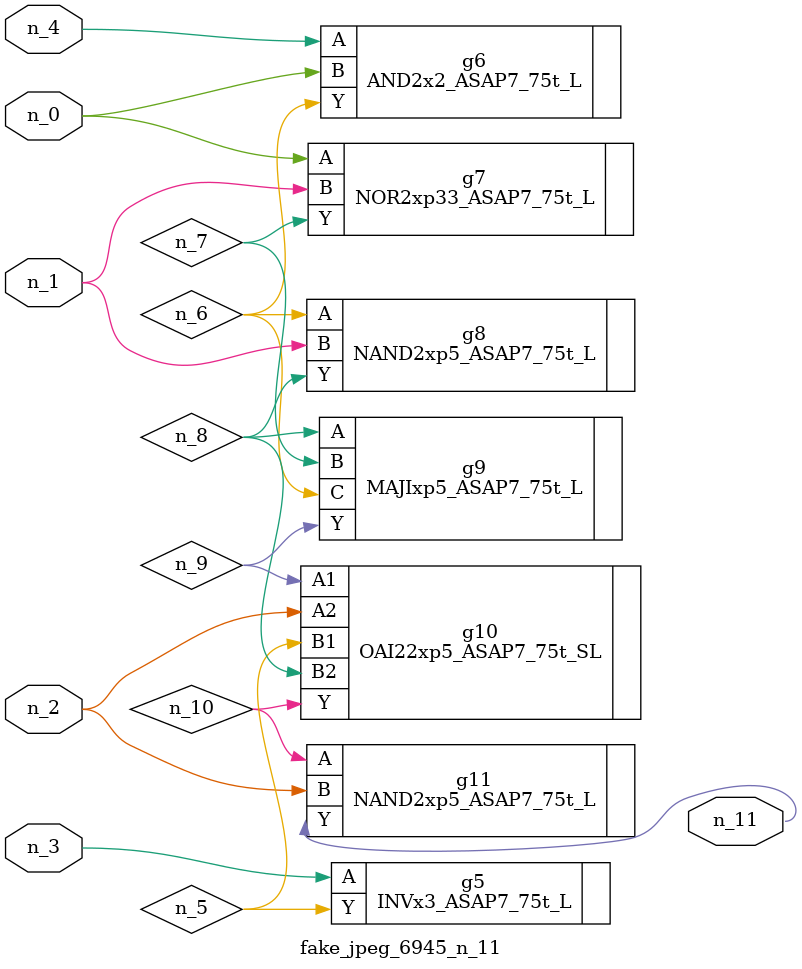
<source format=v>
module fake_jpeg_6945_n_11 (n_3, n_2, n_1, n_0, n_4, n_11);

input n_3;
input n_2;
input n_1;
input n_0;
input n_4;

output n_11;

wire n_10;
wire n_8;
wire n_9;
wire n_6;
wire n_5;
wire n_7;

INVx3_ASAP7_75t_L g5 ( 
.A(n_3),
.Y(n_5)
);

AND2x2_ASAP7_75t_L g6 ( 
.A(n_4),
.B(n_0),
.Y(n_6)
);

NOR2xp33_ASAP7_75t_L g7 ( 
.A(n_0),
.B(n_1),
.Y(n_7)
);

NAND2xp5_ASAP7_75t_L g8 ( 
.A(n_6),
.B(n_1),
.Y(n_8)
);

MAJIxp5_ASAP7_75t_L g9 ( 
.A(n_8),
.B(n_7),
.C(n_6),
.Y(n_9)
);

OAI22xp5_ASAP7_75t_SL g10 ( 
.A1(n_9),
.A2(n_2),
.B1(n_5),
.B2(n_8),
.Y(n_10)
);

NAND2xp5_ASAP7_75t_L g11 ( 
.A(n_10),
.B(n_2),
.Y(n_11)
);


endmodule
</source>
